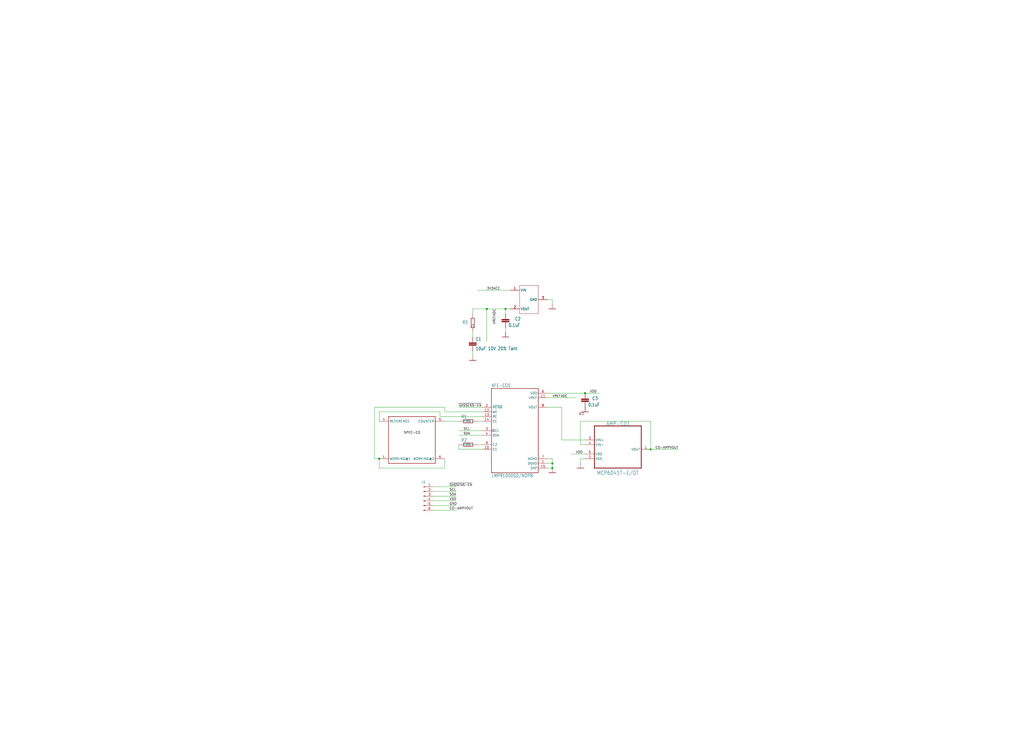
<source format=kicad_sch>
(kicad_sch (version 20211123) (generator eeschema)
  (paper "User" 555.676 406.044)
  (lib_symbols
    (symbol "Connector:Conn_01x06_Male" (pin_names (offset 1.016) hide)
      (property "Reference" "J" (at 0 7.62 0))
      (property "Value" "Conn_01x06_Male" (at 0 -10.16 0))
      (symbol "Conn_01x06_Male_1_1"
        (polyline (pts (xy 1.27 -7.62) (xy 0.8636 -7.62)) (stroke (width 0.1524)))
        (polyline (pts (xy 1.27 -5.08) (xy 0.8636 -5.08)) (stroke (width 0.1524)))
        (polyline (pts (xy 1.27 -2.54) (xy 0.8636 -2.54)) (stroke (width 0.1524)))
        (polyline (pts (xy 1.27 0) (xy 0.8636 0)) (stroke (width 0.1524)))
        (polyline (pts (xy 1.27 2.54) (xy 0.8636 2.54)) (stroke (width 0.1524)))
        (polyline (pts (xy 1.27 5.08) (xy 0.8636 5.08)) (stroke (width 0.1524)))
        (rectangle (start 0.8636 -7.493) (end 0 -7.747) (stroke (width 0.1524)) (fill (type outline)))
        (rectangle (start 0.8636 -4.953) (end 0 -5.207) (stroke (width 0.1524)) (fill (type outline)))
        (rectangle (start 0.8636 -2.413) (end 0 -2.667) (stroke (width 0.1524)) (fill (type outline)))
        (rectangle (start 0.8636 0.127) (end 0 -0.127) (stroke (width 0.1524)) (fill (type outline)))
        (rectangle (start 0.8636 2.667) (end 0 2.413) (stroke (width 0.1524)) (fill (type outline)))
        (rectangle (start 0.8636 5.207) (end 0 4.953) (stroke (width 0.1524)) (fill (type outline)))
        (pin passive line (at 5.08 5.08 180) (length 3.81) (name "Pin_1") (number "1"))
        (pin passive line (at 5.08 2.54 180) (length 3.81) (name "Pin_2") (number "2"))
        (pin passive line (at 5.08 0 180) (length 3.81) (name "Pin_3") (number "3"))
        (pin passive line (at 5.08 -2.54 180) (length 3.81) (name "Pin_4") (number "4"))
        (pin passive line (at 5.08 -5.08 180) (length 3.81) (name "Pin_5") (number "5"))
        (pin passive line (at 5.08 -7.62 180) (length 3.81) (name "Pin_6") (number "6"))
      )
    )
    (symbol "EcobitNRF9160 EV3-eagle-import:CAPACITOR_0603_N"
      (property "Value" "CAPACITOR_0603_N" (at 1.524 -4.699 0))
      (symbol "CAPACITOR_0603_N_1_0"
        (rectangle (start -2.032 -2.032) (end 2.032 -1.524) (fill (type outline)))
        (rectangle (start -2.032 -1.016) (end 2.032 -0.508) (fill (type outline)))
        (polyline (pts (xy 0 -2.54) (xy 0 -2.032)) (stroke (width 0.1524)))
        (polyline (pts (xy 0 0) (xy 0 -0.508)) (stroke (width 0.1524)))
        (pin passive line (at 0 2.54 270) (length 2.54) (name "1") (number "1"))
        (pin passive line (at 0 -5.08 90) (length 2.54) (name "2") (number "2"))
      )
    )
    (symbol "EcobitNRF9160 EV3-eagle-import:CAPACITOR_0805_N"
      (property "Value" "CAPACITOR_0805_N" (at 1.524 -4.699 0))
      (symbol "CAPACITOR_0805_N_1_0"
        (rectangle (start -2.032 -2.032) (end 2.032 -1.524) (fill (type outline)))
        (rectangle (start -2.032 -1.016) (end 2.032 -0.508) (fill (type outline)))
        (polyline (pts (xy 0 -2.54) (xy 0 -2.032)) (stroke (width 0.1524)))
        (polyline (pts (xy 0 0) (xy 0 -0.508)) (stroke (width 0.1524)))
        (pin passive line (at 0 2.54 270) (length 2.54) (name "1") (number "1"))
        (pin passive line (at 0 -5.08 90) (length 2.54) (name "2") (number "2"))
      )
    )
    (symbol "EcobitNRF9160 EV3-eagle-import:GND" (power)
      (property "Value" "GND" (at -2.54 -2.54 0))
      (symbol "GND_1_0"
        (polyline (pts (xy -1.905 0) (xy 1.905 0)) (stroke (width 0.254)))
        (pin power_in line (at 0 2.54 270) (length 2.54) (name "GND") (number "1"))
      )
    )
    (symbol "EcobitNRF9160 EV3-eagle-import:ISL60002DIH320Z-TK"
      (symbol "ISL60002DIH320Z-TK_1_0"
        (polyline (pts (xy -5.08 -7.62) (xy 5.08 -7.62)) (stroke (width 0.1524)))
        (polyline (pts (xy -5.08 7.62) (xy -5.08 -7.62)) (stroke (width 0.1524)))
        (polyline (pts (xy 5.08 -7.62) (xy 5.08 7.62)) (stroke (width 0.1524)))
        (polyline (pts (xy 5.08 7.62) (xy -5.08 7.62)) (stroke (width 0.1524)))
        (pin power_in line (at -10.16 5.08 0) (length 5.08) (name "VIN") (number "1"))
        (pin power_in line (at -10.16 -5.08 0) (length 5.08) (name "VOUT") (number "2"))
        (pin power_in line (at 10.16 0 180) (length 5.08) (name "GND") (number "3"))
      )
    )
    (symbol "EcobitNRF9160 EV3-eagle-import:LMP91000SD{slash}NOPB"
      (property "Reference" "U" (at -12.7242 23.5398 0))
      (property "Value" "LMP91000SD{slash}NOPB" (at -12.7054 -25.4108 0))
      (symbol "LMP91000SD{slash}NOPB_1_0"
        (polyline (pts (xy -12.7 -22.86) (xy -12.7 22.86)) (stroke (width 0.254)))
        (polyline (pts (xy -12.7 22.86) (xy 12.7 22.86)) (stroke (width 0.254)))
        (polyline (pts (xy 12.7 -22.86) (xy -12.7 -22.86)) (stroke (width 0.254)))
        (polyline (pts (xy 12.7 22.86) (xy 12.7 -22.86)) (stroke (width 0.254)))
        (pin power_in line (at 17.78 -17.78 180) (length 5.08) (name "DGND") (number "1"))
        (pin passive line (at -17.78 -10.16 0) (length 5.08) (name "C1") (number "10"))
        (pin power_in line (at 17.78 17.78 180) (length 5.08) (name "VREF") (number "11"))
        (pin input line (at -17.78 10.16 0) (length 5.08) (name "WE") (number "12"))
        (pin input line (at -17.78 7.62 0) (length 5.08) (name "RE") (number "13"))
        (pin input line (at -17.78 5.08 0) (length 5.08) (name "CE") (number "14"))
        (pin power_in line (at 17.78 -20.32 180) (length 5.08) (name "DAP") (number "15"))
        (pin input line (at -17.78 12.7 0) (length 5.08) (name "~{MENB}") (number "2"))
        (pin input clock (at -17.78 0 0) (length 5.08) (name "SCL") (number "3"))
        (pin bidirectional line (at -17.78 -2.54 0) (length 5.08) (name "SDA") (number "4"))
        (pin power_in line (at 17.78 20.32 180) (length 5.08) (name "VDD") (number "6"))
        (pin power_in line (at 17.78 -15.24 180) (length 5.08) (name "AGND") (number "7"))
        (pin output line (at 17.78 12.7 180) (length 5.08) (name "VOUT") (number "8"))
        (pin passive line (at -17.78 -7.62 0) (length 5.08) (name "C2") (number "9"))
      )
    )
    (symbol "EcobitNRF9160 EV3-eagle-import:MCP6041T-E{slash}OT"
      (property "Reference" "U" (at -4.6763 8.3869 0))
      (property "Value" "MCP6041T-E{slash}OT" (at -5.3921 -17.7534 0))
      (symbol "MCP6041T-E{slash}OT_1_0"
        (polyline (pts (xy -12.7 -15.24) (xy 12.7 -15.24)) (stroke (width 0.4064)))
        (polyline (pts (xy -12.7 7.62) (xy -12.7 -15.24)) (stroke (width 0.4064)))
        (polyline (pts (xy 12.7 -15.24) (xy 12.7 7.62)) (stroke (width 0.4064)))
        (polyline (pts (xy 12.7 7.62) (xy -12.7 7.62)) (stroke (width 0.4064)))
        (pin output line (at 17.78 -5.08 180) (length 5.08) (name "VOUT") (number "1"))
        (pin passive line (at -17.78 -10.16 0) (length 5.08) (name "VSS") (number "2"))
        (pin input line (at -17.78 0 0) (length 5.08) (name "VIN+") (number "3"))
        (pin input line (at -17.78 -2.54 0) (length 5.08) (name "VIN-") (number "4"))
        (pin power_in line (at -17.78 -7.62 0) (length 5.08) (name "VDD") (number "5"))
      )
    )
    (symbol "EcobitNRF9160 EV3-eagle-import:RESISTOR_0603_N"
      (property "Value" "RESISTOR_0603_N" (at -2.413 -0.635 0))
      (symbol "RESISTOR_0603_N_1_0"
        (polyline (pts (xy -2.54 -0.889) (xy -2.54 0.889)) (stroke (width 0.254)))
        (polyline (pts (xy -2.54 -0.889) (xy 2.54 -0.889)) (stroke (width 0.254)))
        (polyline (pts (xy 2.54 -0.889) (xy 2.54 0.889)) (stroke (width 0.254)))
        (polyline (pts (xy 2.54 0.889) (xy -2.54 0.889)) (stroke (width 0.254)))
        (pin passive line (at -5.08 0 0) (length 2.54) (name "1") (number "1"))
        (pin passive line (at 5.08 0 180) (length 2.54) (name "2") (number "2"))
      )
    )
    (symbol "EcobitNRF9160 EV3-eagle-import:SPECSENSOR"
      (symbol "SPECSENSOR_1_0"
        (polyline (pts (xy -12.7 -12.7) (xy 12.7 -12.7)) (stroke (width 0.254)))
        (polyline (pts (xy -12.7 12.7) (xy -12.7 -12.7)) (stroke (width 0.254)))
        (polyline (pts (xy 12.7 -12.7) (xy 12.7 12.7)) (stroke (width 0.254)))
        (polyline (pts (xy 12.7 12.7) (xy -12.7 12.7)) (stroke (width 0.254)))
        (pin bidirectional line (at -17.78 -10.16 0) (length 5.08) (name "WORKING@1") (number "1"))
        (pin bidirectional line (at -17.78 10.16 0) (length 5.08) (name "REFERENCE") (number "4"))
        (pin bidirectional line (at 17.78 10.16 180) (length 5.08) (name "COUNTER") (number "5"))
        (pin bidirectional line (at 17.78 -10.16 180) (length 5.08) (name "WORKING@2") (number "6"))
      )
    )
  )
  (junction (at 317.5 213.36))
  (junction (at 274.32 167.64))
  (junction (at 264.16 167.64))
  (junction (at 353.06 243.84))
  (junction (at 299.72 251.46))
  (junction (at 299.72 254))
  (junction (at 205.74 248.92))
  (wire (pts (xy 314.96 241.3) (xy 314.96 228.6)))
  (wire (pts (xy 241.3 223.52) (xy 241.3 220.98)))
  (wire (pts (xy 205.74 248.92) (xy 205.74 254)))
  (wire (pts (xy 297.18 248.92) (xy 299.72 248.92)))
  (wire (pts (xy 312.42 215.9) (xy 297.18 215.9)))
  (wire (pts (xy 241.3 254) (xy 241.3 248.92)))
  (wire (pts (xy 297.18 213.36) (xy 317.5 213.36)))
  (wire (pts (xy 203.2 248.92) (xy 205.74 248.92)))
  (wire (pts (xy 297.18 220.98) (xy 304.8 220.98)))
  (wire (pts (xy 353.06 243.84) (xy 368.3 243.84)))
  (wire (pts (xy 234.95 266.7) (xy 247.65 266.7)))
  (wire (pts (xy 234.95 271.78) (xy 247.65 271.78)))
  (wire (pts (xy 264.16 167.64) (xy 264.16 185.42)))
  (wire (pts (xy 314.96 251.46) (xy 314.96 248.92)))
  (wire (pts (xy 238.76 226.06) (xy 238.76 223.52)))
  (wire (pts (xy 314.96 248.92) (xy 317.5 248.92)))
  (wire (pts (xy 248.92 241.3) (xy 248.92 243.84)))
  (wire (pts (xy 256.54 182.88) (xy 256.54 180.34)))
  (wire (pts (xy 261.62 226.06) (xy 238.76 226.06)))
  (wire (pts (xy 274.32 177.8) (xy 274.32 180.34)))
  (wire (pts (xy 234.95 274.32) (xy 247.65 274.32)))
  (wire (pts (xy 241.3 228.6) (xy 248.92 228.6)))
  (wire (pts (xy 297.18 251.46) (xy 299.72 251.46)))
  (wire (pts (xy 261.62 241.3) (xy 259.08 241.3)))
  (wire (pts (xy 261.62 223.52) (xy 241.3 223.52)))
  (wire (pts (xy 304.8 238.76) (xy 317.5 238.76)))
  (wire (pts (xy 274.32 170.18) (xy 274.32 167.64)))
  (wire (pts (xy 297.18 162.56) (xy 299.72 162.56)))
  (wire (pts (xy 238.76 223.52) (xy 205.74 223.52)))
  (wire (pts (xy 274.32 167.64) (xy 264.16 167.64)))
  (wire (pts (xy 234.95 269.24) (xy 247.65 269.24)))
  (wire (pts (xy 248.92 243.84) (xy 261.62 243.84)))
  (wire (pts (xy 261.62 233.68) (xy 248.92 233.68)))
  (wire (pts (xy 317.5 246.38) (xy 309.88 246.38)))
  (wire (pts (xy 234.95 276.86) (xy 247.65 276.86)))
  (wire (pts (xy 205.74 223.52) (xy 205.74 228.6)))
  (wire (pts (xy 299.72 248.92) (xy 299.72 251.46)))
  (wire (pts (xy 317.5 213.36) (xy 325.12 213.36)))
  (wire (pts (xy 259.08 228.6) (xy 261.62 228.6)))
  (wire (pts (xy 261.62 236.22) (xy 248.92 236.22)))
  (wire (pts (xy 261.62 220.98) (xy 248.92 220.98)))
  (wire (pts (xy 256.54 170.18) (xy 256.54 167.64)))
  (wire (pts (xy 203.2 220.98) (xy 203.2 248.92)))
  (wire (pts (xy 234.95 264.16) (xy 247.65 264.16)))
  (wire (pts (xy 304.8 220.98) (xy 304.8 238.76)))
  (wire (pts (xy 205.74 254) (xy 241.3 254)))
  (wire (pts (xy 256.54 190.5) (xy 256.54 193.04)))
  (wire (pts (xy 297.18 254) (xy 299.72 254)))
  (wire (pts (xy 264.16 167.64) (xy 256.54 167.64)))
  (wire (pts (xy 276.86 167.64) (xy 274.32 167.64)))
  (wire (pts (xy 314.96 228.6) (xy 353.06 228.6)))
  (wire (pts (xy 353.06 228.6) (xy 353.06 243.84)))
  (wire (pts (xy 317.5 241.3) (xy 314.96 241.3)))
  (wire (pts (xy 299.72 162.56) (xy 299.72 165.1)))
  (wire (pts (xy 241.3 220.98) (xy 203.2 220.98)))
  (wire (pts (xy 299.72 251.46) (xy 299.72 254)))
  (wire (pts (xy 276.86 157.48) (xy 259.08 157.48)))
  (label "SDA" (at 243.84 269.24 0))
  (label "SDA" (at 251.46 236.22 0) (effects (font (size 1.2446 1.2446))))
  (label "GND" (at 243.84 274.32 0))
  (label "CO-AMPVOUT" (at 243.84 276.86 0))
  (label "~{GASSENS-EN}" (at 248.92 220.98 0) (effects (font (size 1.2446 1.2446))))
  (label "~{GASSENS-EN}" (at 243.84 264.16 0) (effects (font (size 1.2446 1.2446))))
  (label "VDD" (at 243.84 271.78 0))
  (label "3V3ACC" (at 264.16 157.48 0) (effects (font (size 1.2446 1.2446))))
  (label "VDD" (at 320.04 213.36 0) (effects (font (size 1.2446 1.2446))))
  (label "SCL" (at 251.46 233.68 0) (effects (font (size 1.2446 1.2446))))
  (label "SPEC-CO" (at 228.18 235.74 180) (effects (font (size 1.2446 1.2446))))
  (label "IC1" (at 317.08 225.58 180) (effects (font (size 1.2446 1.2446))))
  (label "CO-AMPVOUT" (at 355.6 243.84 0) (effects (font (size 1.2446 1.2446))))
  (label "VREFADC" (at 269.24 167.64 270) (effects (font (size 1.2446 1.2446))))
  (label "VDD" (at 312.42 246.38 0))
  (label "SCL" (at 243.84 266.7 0))
  (label "VREFADC" (at 299.72 215.9 0) (effects (font (size 1.2446 1.2446))))
  (symbol (lib_id "EcobitNRF9160 EV3-eagle-import:GND") (at 274.32 182.88 0) (unit 1)
    (property "Reference" "#U$02" (effects hide))
    (property "Value" "GND" (effects hide))
    (property "Footprint" "EcobitNRF9160 EV3:" (effects hide))
  )
  (symbol (lib_id "Connector:Conn_01x06_Male") (at 229.87 269.24 0) (unit 1)
    (property "Reference" "J1" (at 229.87 261.62 0))
    (property "Value" "Conn_01x06_Male" (effects hide))
    (property "Footprint" "Connector_PinSocket_2.54mm:PinSocket_1x06_P2.54mm_Vertical" (effects hide))
  )
  (symbol (lib_id "EcobitNRF9160 EV3-eagle-import:RESISTOR_0603_N") (at 256.54 175.26 90) (unit 1)
    (property "Reference" "R3" (at 254 173.99 90) (effects (font (size 1.778 1.5113)) (justify left bottom)))
    (property "Value" "1k" (at 257.175 177.673 0) (effects (font (size 1.27 1.0795)) (justify left bottom)))
    (property "Footprint" "EcobitNRF9160 EV3:RESC0603_N" (effects hide))
  )
  (symbol (lib_id "EcobitNRF9160 EV3-eagle-import:ISL60002DIH320Z-TK") (at 287.02 162.56 0) (unit 1)
    (property "Reference" "IC1" (effects hide))
    (property "Value" "ISL60002DIH320Z-TK" (effects hide))
    (property "Footprint" "EcobitNRF9160 EV3:SOT-23-3" (effects hide))
  )
  (symbol (lib_id "EcobitNRF9160 EV3-eagle-import:CAPACITOR_0603_N") (at 274.32 172.72 0) (unit 1)
    (property "Reference" "C2" (at 279.4 173.99 0) (effects (font (size 1.778 1.5113)) (justify left bottom)))
    (property "Value" "0.1uF" (at 275.844 177.419 0) (effects (font (size 1.778 1.5113)) (justify left bottom)))
    (property "Footprint" "EcobitNRF9160 EV3:RESC0603_N" (effects hide))
  )
  (symbol (lib_id "EcobitNRF9160 EV3-eagle-import:GND") (at 314.96 254 0) (unit 1)
    (property "Reference" "#U$05" (effects hide))
    (property "Value" "GND" (effects hide))
    (property "Footprint" "EcobitNRF9160 EV3:" (effects hide))
  )
  (symbol (lib_id "EcobitNRF9160 EV3-eagle-import:GND") (at 317.5 223.52 0) (unit 1)
    (property "Reference" "#U$06" (effects hide))
    (property "Value" "GND" (effects hide))
    (property "Footprint" "EcobitNRF9160 EV3:" (effects hide))
  )
  (symbol (lib_id "EcobitNRF9160 EV3-eagle-import:CAPACITOR_0603_N") (at 317.5 215.9 0) (unit 1)
    (property "Reference" "C3" (at 321.31 217.17 0) (effects (font (size 1.778 1.5113)) (justify left bottom)))
    (property "Value" "0.1uF" (at 319.024 220.599 0) (effects (font (size 1.778 1.5113)) (justify left bottom)))
    (property "Footprint" "EcobitNRF9160 EV3:RESC0603_N" (effects hide))
  )
  (symbol (lib_id "EcobitNRF9160 EV3-eagle-import:RESISTOR_0603_N") (at 254 228.6 0) (unit 1)
    (property "Reference" "R1" (at 250.19 227.1014 0) (effects (font (size 1.778 1.5113)) (justify left bottom)))
    (property "Value" "499k" (at 251.587 229.235 0) (effects (font (size 1.27 1.0795)) (justify left bottom)))
    (property "Footprint" "EcobitNRF9160 EV3:RESC0603_N" (effects hide))
  )
  (symbol (lib_id "EcobitNRF9160 EV3-eagle-import:RESISTOR_0603_N") (at 254 241.3 0) (unit 1)
    (property "Reference" "R2" (at 250.19 239.8014 0) (effects (font (size 1.778 1.5113)) (justify left bottom)))
    (property "Value" "499k" (at 251.587 241.935 0) (effects (font (size 1.27 1.0795)) (justify left bottom)))
    (property "Footprint" "EcobitNRF9160 EV3:RESC0603_N" (effects hide))
  )
  (symbol (lib_id "EcobitNRF9160 EV3-eagle-import:GND") (at 299.72 167.64 0) (unit 1)
    (property "Reference" "#U$03" (effects hide))
    (property "Value" "GND" (effects hide))
    (property "Footprint" "EcobitNRF9160 EV3:" (effects hide))
  )
  (symbol (lib_id "EcobitNRF9160 EV3-eagle-import:LMP91000SD{slash}NOPB") (at 279.4 233.68 0) (unit 1)
    (property "Reference" "AFE-CO1" (at 266.6758 210.1402 0) (effects (font (size 1.7813 1.5141)) (justify left bottom)))
    (property "Value" "LMP91000SD{slash}NOPB" (at 266.6946 259.0908 0) (effects (font (size 1.7787 1.5118)) (justify left bottom)))
    (property "Footprint" "EcobitNRF9160 EV3:SON50P400X400X80-15N" (effects hide))
  )
  (symbol (lib_id "EcobitNRF9160 EV3-eagle-import:GND") (at 299.72 256.54 0) (unit 1)
    (property "Reference" "#U$04" (effects hide))
    (property "Value" "GND" (effects hide))
    (property "Footprint" "EcobitNRF9160 EV3:" (effects hide))
  )
  (symbol (lib_id "EcobitNRF9160 EV3-eagle-import:SPECSENSOR") (at 223.52 238.76 0) (unit 1)
    (property "Reference" "SENS-CO1" (effects hide))
    (property "Value" "SPECSENSOR" (effects hide))
    (property "Footprint" "Libraries:3SP_CO_1000_P_Package_2" (effects hide))
  )
  (symbol (lib_id "EcobitNRF9160 EV3-eagle-import:GND") (at 256.54 195.58 0) (unit 1)
    (property "Reference" "#U$01" (effects hide))
    (property "Value" "GND" (effects hide))
    (property "Footprint" "EcobitNRF9160 EV3:" (effects hide))
  )
  (symbol (lib_id "EcobitNRF9160 EV3-eagle-import:MCP6041T-E{slash}OT") (at 335.28 238.76 0) (unit 1)
    (property "Reference" "AMP-CO1" (at 328.93 231.14 0) (effects (font (size 2.084 1.7714)) (justify left bottom)))
    (property "Value" "MCP6041T-E{slash}OT" (at 323.85 257.81 0) (effects (font (size 2.0856 1.7727)) (justify left bottom)))
    (property "Footprint" "EcobitNRF9160 EV3:SOT95P320X145-5N" (effects hide))
  )
  (symbol (lib_id "EcobitNRF9160 EV3-eagle-import:CAPACITOR_0805_N") (at 256.54 185.42 0) (unit 1)
    (property "Reference" "C1" (at 258.064 185.039 0) (effects (font (size 1.778 1.5113)) (justify left bottom)))
    (property "Value" "10uF 10V 20% Tant" (at 258.064 190.119 0) (effects (font (size 1.778 1.5113)) (justify left bottom)))
    (property "Footprint" "EcobitNRF9160 EV3:RESC0805_N" (effects hide))
  )
)
</source>
